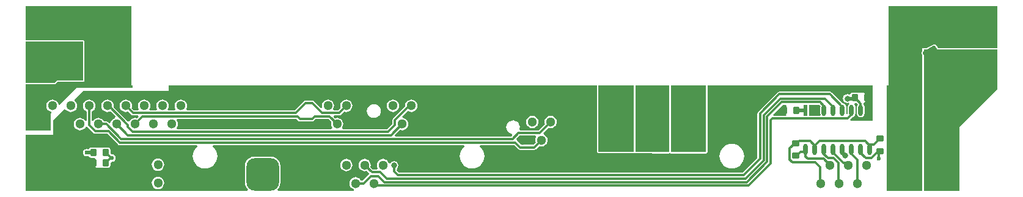
<source format=gbl>
G04*
G04 #@! TF.GenerationSoftware,Altium Limited,Altium Designer,18.1.7 (191)*
G04*
G04 Layer_Physical_Order=2*
G04 Layer_Color=16711680*
%FSLAX43Y43*%
%MOMM*%
G71*
G01*
G75*
G04:AMPARAMS|DCode=36|XSize=1mm|YSize=0.9mm|CornerRadius=0.113mm|HoleSize=0mm|Usage=FLASHONLY|Rotation=270.000|XOffset=0mm|YOffset=0mm|HoleType=Round|Shape=RoundedRectangle|*
%AMROUNDEDRECTD36*
21,1,1.000,0.675,0,0,270.0*
21,1,0.775,0.900,0,0,270.0*
1,1,0.225,-0.338,-0.388*
1,1,0.225,-0.338,0.388*
1,1,0.225,0.338,0.388*
1,1,0.225,0.338,-0.388*
%
%ADD36ROUNDEDRECTD36*%
%ADD40C,0.300*%
%ADD41C,0.500*%
%ADD44C,1.300*%
G04:AMPARAMS|DCode=45|XSize=4.5mm|YSize=4.5mm|CornerRadius=1.125mm|HoleSize=0mm|Usage=FLASHONLY|Rotation=0.000|XOffset=0mm|YOffset=0mm|HoleType=Round|Shape=RoundedRectangle|*
%AMROUNDEDRECTD45*
21,1,4.500,2.250,0,0,0.0*
21,1,2.250,4.500,0,0,0.0*
1,1,2.250,1.125,-1.125*
1,1,2.250,-1.125,-1.125*
1,1,2.250,-1.125,1.125*
1,1,2.250,1.125,1.125*
%
%ADD45ROUNDEDRECTD45*%
G04:AMPARAMS|DCode=46|XSize=2mm|YSize=2mm|CornerRadius=0.25mm|HoleSize=0mm|Usage=FLASHONLY|Rotation=180.000|XOffset=0mm|YOffset=0mm|HoleType=Round|Shape=RoundedRectangle|*
%AMROUNDEDRECTD46*
21,1,2.000,1.500,0,0,180.0*
21,1,1.500,2.000,0,0,180.0*
1,1,0.500,-0.750,0.750*
1,1,0.500,0.750,0.750*
1,1,0.500,0.750,-0.750*
1,1,0.500,-0.750,-0.750*
%
%ADD46ROUNDEDRECTD46*%
%ADD47C,2.000*%
G04:AMPARAMS|DCode=48|XSize=2mm|YSize=2mm|CornerRadius=0.25mm|HoleSize=0mm|Usage=FLASHONLY|Rotation=120.000|XOffset=0mm|YOffset=0mm|HoleType=Round|Shape=RoundedRectangle|*
%AMROUNDEDRECTD48*
21,1,2.000,1.500,0,0,120.0*
21,1,1.500,2.000,0,0,120.0*
1,1,0.500,0.275,1.025*
1,1,0.500,1.025,-0.275*
1,1,0.500,-0.275,-1.025*
1,1,0.500,-1.025,0.275*
%
%ADD48ROUNDEDRECTD48*%
%ADD49C,0.800*%
%ADD50C,0.900*%
%ADD51C,0.600*%
%ADD52R,3.000X4.000*%
%ADD53R,0.600X1.550*%
%ADD54O,0.600X1.550*%
%ADD55R,4.000X3.000*%
G04:AMPARAMS|DCode=56|XSize=1mm|YSize=0.9mm|CornerRadius=0.113mm|HoleSize=0mm|Usage=FLASHONLY|Rotation=180.000|XOffset=0mm|YOffset=0mm|HoleType=Round|Shape=RoundedRectangle|*
%AMROUNDEDRECTD56*
21,1,1.000,0.675,0,0,180.0*
21,1,0.775,0.900,0,0,180.0*
1,1,0.225,-0.388,0.338*
1,1,0.225,0.388,0.338*
1,1,0.225,0.388,-0.338*
1,1,0.225,-0.388,-0.338*
%
%ADD56ROUNDEDRECTD56*%
G36*
X134796Y20000D02*
X126589D01*
X126422Y20289D01*
X126304Y20423D01*
X126143Y20503D01*
X125965Y20514D01*
X125795Y20457D01*
X125004Y20000D01*
X124400D01*
Y19623D01*
X124361Y19589D01*
X124282Y19428D01*
X124271Y19250D01*
X124328Y19080D01*
X124400Y18956D01*
Y204D01*
X119500D01*
Y14796D01*
X119578Y14812D01*
X119644Y14856D01*
X119688Y14922D01*
X119704Y15000D01*
Y25796D01*
X134796D01*
Y20000D01*
D02*
G37*
G36*
X126412Y19898D02*
X126430Y19878D01*
X126444Y19856D01*
X126456Y19848D01*
X126465Y19838D01*
X126488Y19826D01*
X126511Y19812D01*
X126524Y19809D01*
X126536Y19803D01*
X126562Y19801D01*
X126589Y19796D01*
X134796D01*
Y14296D01*
X129500Y9000D01*
Y204D01*
X124604D01*
Y18956D01*
X124601Y18969D01*
X124602Y18982D01*
X124600Y18989D01*
Y19596D01*
X124603Y19609D01*
X124603Y19616D01*
X124604Y19623D01*
Y19796D01*
X125004D01*
X125017Y19799D01*
X125031Y19798D01*
X125056Y19806D01*
X125082Y19812D01*
X125093Y19819D01*
X125106Y19823D01*
X125412Y20000D01*
X126353D01*
X126412Y19898D01*
D02*
G37*
G36*
X8100Y20900D02*
X8100Y15500D01*
X5049Y15500D01*
X5000Y15510D01*
X4951Y15500D01*
X4500D01*
X4200Y15200D01*
X204D01*
Y20900D01*
X8100Y20900D01*
D02*
G37*
G36*
X14796Y15000D02*
X14812Y14922D01*
X14856Y14856D01*
X14922Y14812D01*
X15000Y14796D01*
Y14500D01*
X7200Y14500D01*
X4830Y12130D01*
X4709Y12170D01*
X4703Y12217D01*
X4617Y12424D01*
X4481Y12601D01*
X4304Y12737D01*
X4097Y12823D01*
X3875Y12852D01*
X3653Y12823D01*
X3446Y12737D01*
X3269Y12601D01*
X3133Y12424D01*
X3047Y12217D01*
X3018Y11995D01*
X3047Y11773D01*
X3133Y11566D01*
X3269Y11389D01*
X3446Y11253D01*
X3653Y11167D01*
X3700Y11161D01*
X3740Y11040D01*
X3600Y10900D01*
X3600Y8600D01*
X204Y8600D01*
Y14996D01*
X4200D01*
X4278Y15012D01*
X4344Y15056D01*
X4584Y15296D01*
X4951D01*
X4970Y15300D01*
X4991D01*
X4991Y15300D01*
X5009D01*
X5009Y15300D01*
X5030D01*
X5049Y15296D01*
X8075Y15296D01*
X8100Y15296D01*
X8200Y15300D01*
Y15326D01*
X8244Y15356D01*
X8288Y15422D01*
X8304Y15500D01*
X8304Y20900D01*
X8288Y20978D01*
X8244Y21044D01*
X8178Y21088D01*
X8100Y21104D01*
X204Y21104D01*
Y25796D01*
X14796D01*
Y15000D01*
D02*
G37*
G36*
X110283Y11913D02*
X110270Y11850D01*
Y10900D01*
X110293Y10787D01*
X110166Y10587D01*
X108740D01*
Y12143D01*
X110052D01*
X110283Y11913D01*
D02*
G37*
G36*
X105563Y11943D02*
X105500Y11880D01*
Y10880D01*
X105593Y10787D01*
X105510Y10587D01*
X103774D01*
X103692Y10787D01*
X105048Y12143D01*
X105480D01*
X105563Y11943D01*
D02*
G37*
G36*
X84436Y5625D02*
X79539Y5625D01*
Y14796D01*
X84436D01*
Y5625D01*
D02*
G37*
G36*
X89360Y5667D02*
X89270Y5578D01*
X84642Y5623D01*
X84640Y5625D01*
Y14796D01*
X89360D01*
Y5667D01*
D02*
G37*
G36*
X94416Y5575D02*
X89564D01*
Y14796D01*
X94416D01*
Y5575D01*
D02*
G37*
G36*
X117500Y9900D02*
X114488D01*
X114405Y10100D01*
X114721Y10416D01*
X114785Y10429D01*
X114950Y10540D01*
X115061Y10705D01*
X115100Y10900D01*
Y11850D01*
X115061Y12045D01*
X114962Y12194D01*
X114981Y12275D01*
X115036Y12394D01*
X115251D01*
X115474Y12172D01*
X115389Y12045D01*
X115350Y11850D01*
Y10900D01*
X115389Y10705D01*
X115500Y10540D01*
X115665Y10429D01*
X115860Y10390D01*
X116055Y10429D01*
X116220Y10540D01*
X116331Y10705D01*
X116370Y10900D01*
Y11850D01*
X116331Y12045D01*
X116227Y12200D01*
X116259Y12350D01*
X116300Y12400D01*
X116500Y12600D01*
Y13600D01*
X116300Y13800D01*
X115500D01*
X115486Y13786D01*
X115387Y13806D01*
X114713D01*
X114591Y13782D01*
X114487Y13713D01*
X114452Y13660D01*
X114234Y13565D01*
X114000Y13612D01*
X113766Y13565D01*
X113567Y13433D01*
X113435Y13234D01*
X113388Y13000D01*
X113435Y12766D01*
X113567Y12567D01*
X113766Y12435D01*
X114000Y12388D01*
X114193Y12427D01*
X114271Y12238D01*
X114230Y12210D01*
X114119Y12045D01*
X114080Y11850D01*
Y10900D01*
X114085Y10876D01*
X114017Y10818D01*
X113880Y10878D01*
X113830Y10921D01*
Y11850D01*
X113791Y12045D01*
X113680Y12210D01*
X113515Y12321D01*
X113351Y12354D01*
X111852Y13852D01*
X111737Y13930D01*
X111600Y13957D01*
X104586D01*
X104449Y13930D01*
X104333Y13852D01*
X101648Y11167D01*
X101570Y11051D01*
X101543Y10914D01*
Y4778D01*
X99527Y2762D01*
X51868D01*
X51594Y3036D01*
X51609Y3251D01*
X51633Y3267D01*
X51765Y3466D01*
X51812Y3700D01*
X51765Y3934D01*
X51633Y4133D01*
X51434Y4265D01*
X51200Y4312D01*
X50966Y4265D01*
X50767Y4133D01*
X50694Y4022D01*
X50644Y4015D01*
X50473Y4052D01*
X50412Y4199D01*
X50276Y4376D01*
X50099Y4512D01*
X49892Y4598D01*
X49670Y4627D01*
X49448Y4598D01*
X49241Y4512D01*
X49064Y4376D01*
X48928Y4199D01*
X48842Y3992D01*
X48813Y3770D01*
X48842Y3548D01*
X48928Y3341D01*
X48939Y3327D01*
X48840Y3127D01*
X48278D01*
X47928Y3476D01*
X47958Y3548D01*
X47987Y3770D01*
X47958Y3992D01*
X47872Y4199D01*
X47736Y4376D01*
X47559Y4512D01*
X47352Y4598D01*
X47130Y4627D01*
X46908Y4598D01*
X46701Y4512D01*
X46524Y4376D01*
X46388Y4199D01*
X46302Y3992D01*
X46273Y3770D01*
X46302Y3548D01*
X46388Y3341D01*
X46524Y3164D01*
X46701Y3028D01*
X46908Y2942D01*
X47130Y2913D01*
X47352Y2942D01*
X47424Y2972D01*
X47750Y2646D01*
X47733Y2482D01*
X46838Y1587D01*
X46632D01*
X46602Y1659D01*
X46466Y1836D01*
X46289Y1972D01*
X46082Y2058D01*
X45860Y2087D01*
X45638Y2058D01*
X45431Y1972D01*
X45254Y1836D01*
X45118Y1659D01*
X45032Y1452D01*
X45003Y1230D01*
X45032Y1008D01*
X45118Y801D01*
X45254Y624D01*
X45431Y488D01*
X45638Y402D01*
X45611Y204D01*
X35104D01*
X35036Y404D01*
X35070Y430D01*
X35282Y707D01*
X35416Y1029D01*
X35461Y1375D01*
Y3625D01*
X35416Y3971D01*
X35282Y4293D01*
X35070Y4570D01*
X34793Y4782D01*
X34471Y4916D01*
X34125Y4961D01*
X31875D01*
X31529Y4916D01*
X31207Y4782D01*
X30930Y4570D01*
X30718Y4293D01*
X30584Y3971D01*
X30539Y3625D01*
Y1375D01*
X30584Y1029D01*
X30718Y707D01*
X30930Y430D01*
X30964Y404D01*
X30896Y204D01*
X204D01*
Y8000D01*
X4000D01*
Y10000D01*
X5499Y11499D01*
X5749Y11466D01*
X5809Y11389D01*
X5986Y11253D01*
X6193Y11167D01*
X6415Y11138D01*
X6637Y11167D01*
X6844Y11253D01*
X7021Y11389D01*
X7157Y11566D01*
X7243Y11773D01*
X7272Y11995D01*
X7243Y12217D01*
X7157Y12424D01*
X7021Y12601D01*
X6944Y12661D01*
X6911Y12911D01*
X8100Y14100D01*
X20000D01*
Y14796D01*
X79335D01*
Y5625D01*
X79350Y5547D01*
X79394Y5481D01*
X79461Y5437D01*
X79539Y5421D01*
X84436Y5421D01*
X84514Y5437D01*
X84536Y5451D01*
X84545Y5444D01*
X84554Y5441D01*
X84562Y5435D01*
X84591Y5429D01*
X84621Y5420D01*
X84630Y5421D01*
X84640Y5419D01*
X89268Y5374D01*
X89268Y5374D01*
X89269Y5374D01*
X89308Y5381D01*
X89346Y5389D01*
X89346Y5389D01*
X89347Y5389D01*
X89380Y5411D01*
X89413Y5432D01*
X89420Y5431D01*
X89486Y5387D01*
X89564Y5371D01*
X94416D01*
X94494Y5387D01*
X94560Y5431D01*
X94604Y5497D01*
X94620Y5575D01*
Y14796D01*
X117500D01*
Y9900D01*
D02*
G37*
%LPC*%
G36*
X51070Y12857D02*
X50848Y12828D01*
X50641Y12742D01*
X50464Y12606D01*
X50328Y12429D01*
X50242Y12222D01*
X50213Y12000D01*
X50242Y11778D01*
X50328Y11571D01*
X50464Y11394D01*
X50641Y11258D01*
X50848Y11172D01*
X51070Y11143D01*
X51292Y11172D01*
X51499Y11258D01*
X51676Y11394D01*
X51812Y11571D01*
X51898Y11778D01*
X51927Y12000D01*
X51898Y12222D01*
X51812Y12429D01*
X51676Y12606D01*
X51499Y12742D01*
X51292Y12828D01*
X51070Y12857D01*
D02*
G37*
G36*
X53610D02*
X53388Y12828D01*
X53181Y12742D01*
X53004Y12606D01*
X52868Y12429D01*
X52782Y12222D01*
X52753Y12000D01*
X52758Y11957D01*
X51088Y10287D01*
X51010Y10171D01*
X50983Y10034D01*
Y9488D01*
X50252Y8757D01*
X44104D01*
X44005Y8957D01*
X44062Y9031D01*
X44148Y9238D01*
X44177Y9460D01*
X44148Y9682D01*
X44062Y9889D01*
X43926Y10066D01*
X43749Y10202D01*
X43542Y10288D01*
X43320Y10317D01*
X43098Y10288D01*
X43026Y10258D01*
X42826Y10458D01*
X42903Y10643D01*
X43590D01*
X43727Y10670D01*
X43842Y10748D01*
X44296Y11202D01*
X44368Y11172D01*
X44590Y11143D01*
X44812Y11172D01*
X45019Y11258D01*
X45196Y11394D01*
X45332Y11571D01*
X45418Y11778D01*
X45447Y12000D01*
X45418Y12222D01*
X45332Y12429D01*
X45196Y12606D01*
X45019Y12742D01*
X44812Y12828D01*
X44590Y12857D01*
X44368Y12828D01*
X44161Y12742D01*
X43984Y12606D01*
X43848Y12429D01*
X43762Y12222D01*
X43733Y12000D01*
X43762Y11778D01*
X43792Y11706D01*
X43442Y11357D01*
X42880D01*
X42781Y11557D01*
X42792Y11571D01*
X42878Y11778D01*
X42907Y12000D01*
X42878Y12222D01*
X42792Y12429D01*
X42656Y12606D01*
X42479Y12742D01*
X42272Y12828D01*
X42050Y12857D01*
X41828Y12828D01*
X41621Y12742D01*
X41444Y12606D01*
X41308Y12429D01*
X41222Y12222D01*
X41193Y12000D01*
X41222Y11778D01*
X41234Y11749D01*
X41064Y11636D01*
X40088Y12612D01*
X39972Y12690D01*
X39836Y12717D01*
X38924D01*
X38788Y12690D01*
X38672Y12612D01*
X37417Y11357D01*
X22489D01*
X22390Y11557D01*
X22397Y11566D01*
X22483Y11773D01*
X22512Y11995D01*
X22483Y12217D01*
X22397Y12424D01*
X22261Y12601D01*
X22084Y12737D01*
X21877Y12823D01*
X21655Y12852D01*
X21433Y12823D01*
X21226Y12737D01*
X21049Y12601D01*
X20913Y12424D01*
X20827Y12217D01*
X20798Y11995D01*
X20827Y11773D01*
X20913Y11566D01*
X20924Y11552D01*
X20825Y11352D01*
X19945D01*
X19846Y11552D01*
X19857Y11566D01*
X19943Y11773D01*
X19972Y11995D01*
X19943Y12217D01*
X19857Y12424D01*
X19721Y12601D01*
X19544Y12737D01*
X19337Y12823D01*
X19115Y12852D01*
X18893Y12823D01*
X18686Y12737D01*
X18509Y12601D01*
X18373Y12424D01*
X18287Y12217D01*
X18258Y11995D01*
X18287Y11773D01*
X18373Y11566D01*
X18384Y11552D01*
X18285Y11352D01*
X17405D01*
X17306Y11552D01*
X17317Y11566D01*
X17403Y11773D01*
X17432Y11995D01*
X17403Y12217D01*
X17317Y12424D01*
X17181Y12601D01*
X17004Y12737D01*
X16797Y12823D01*
X16575Y12852D01*
X16353Y12823D01*
X16146Y12737D01*
X15969Y12601D01*
X15833Y12424D01*
X15747Y12217D01*
X15718Y11995D01*
X15747Y11773D01*
X15833Y11566D01*
X15844Y11552D01*
X15745Y11352D01*
X15183D01*
X14833Y11701D01*
X14863Y11773D01*
X14892Y11995D01*
X14863Y12217D01*
X14777Y12424D01*
X14641Y12601D01*
X14464Y12737D01*
X14257Y12823D01*
X14035Y12852D01*
X13813Y12823D01*
X13606Y12737D01*
X13429Y12601D01*
X13293Y12424D01*
X13207Y12217D01*
X13178Y11995D01*
X13207Y11773D01*
X13293Y11566D01*
X13429Y11389D01*
X13606Y11253D01*
X13813Y11167D01*
X14035Y11138D01*
X14257Y11167D01*
X14329Y11197D01*
X14783Y10743D01*
X14898Y10665D01*
X15035Y10638D01*
X15722D01*
X15799Y10453D01*
X15599Y10253D01*
X15527Y10283D01*
X15305Y10312D01*
X15083Y10283D01*
X14876Y10197D01*
X14699Y10061D01*
X14563Y9884D01*
X14555Y9866D01*
X14319Y9819D01*
X12328Y11811D01*
X12352Y11995D01*
X12323Y12217D01*
X12237Y12424D01*
X12101Y12601D01*
X11924Y12737D01*
X11717Y12823D01*
X11495Y12852D01*
X11273Y12823D01*
X11066Y12737D01*
X10889Y12601D01*
X10753Y12424D01*
X10667Y12217D01*
X10638Y11995D01*
X10667Y11773D01*
X10753Y11566D01*
X10889Y11389D01*
X11066Y11253D01*
X11273Y11167D01*
X11495Y11138D01*
X11717Y11167D01*
X11891Y11239D01*
X12633Y10497D01*
X12561Y10285D01*
X12543Y10283D01*
X12336Y10197D01*
X12159Y10061D01*
X12023Y9884D01*
X11937Y9677D01*
X11934Y9659D01*
X11723Y9587D01*
X11603Y9707D01*
X11487Y9785D01*
X11351Y9812D01*
X10997D01*
X10967Y9884D01*
X10831Y10061D01*
X10654Y10197D01*
X10447Y10283D01*
X10225Y10312D01*
X10003Y10283D01*
X9796Y10197D01*
X9619Y10061D01*
X9512Y9922D01*
X9352Y9953D01*
X9312Y9974D01*
Y11223D01*
X9384Y11253D01*
X9561Y11389D01*
X9697Y11566D01*
X9783Y11773D01*
X9812Y11995D01*
X9783Y12217D01*
X9697Y12424D01*
X9561Y12601D01*
X9384Y12737D01*
X9177Y12823D01*
X8955Y12852D01*
X8733Y12823D01*
X8526Y12737D01*
X8349Y12601D01*
X8213Y12424D01*
X8127Y12217D01*
X8098Y11995D01*
X8127Y11773D01*
X8213Y11566D01*
X8349Y11389D01*
X8526Y11253D01*
X8598Y11223D01*
Y9974D01*
X8558Y9953D01*
X8398Y9922D01*
X8291Y10061D01*
X8114Y10197D01*
X7907Y10283D01*
X7685Y10312D01*
X7463Y10283D01*
X7256Y10197D01*
X7079Y10061D01*
X6943Y9884D01*
X6857Y9677D01*
X6828Y9455D01*
X6857Y9233D01*
X6943Y9026D01*
X7079Y8849D01*
X7256Y8713D01*
X7463Y8627D01*
X7685Y8598D01*
X7907Y8627D01*
X8114Y8713D01*
X8291Y8849D01*
X8427Y9026D01*
X8454Y9090D01*
X8675Y9100D01*
X8703Y9058D01*
X9558Y8203D01*
X9674Y8125D01*
X9811Y8098D01*
X11496D01*
X12946Y6648D01*
X13062Y6570D01*
X13199Y6543D01*
X23885D01*
X23957Y6343D01*
X23792Y6208D01*
X23580Y5949D01*
X23422Y5654D01*
X23325Y5333D01*
X23292Y5000D01*
X23325Y4667D01*
X23422Y4346D01*
X23580Y4051D01*
X23792Y3792D01*
X24051Y3580D01*
X24346Y3422D01*
X24667Y3325D01*
X25000Y3292D01*
X25333Y3325D01*
X25654Y3422D01*
X25949Y3580D01*
X26208Y3792D01*
X26420Y4051D01*
X26578Y4346D01*
X26675Y4667D01*
X26708Y5000D01*
X26675Y5333D01*
X26578Y5654D01*
X26420Y5949D01*
X26208Y6208D01*
X26043Y6343D01*
X26115Y6543D01*
X60885D01*
X60957Y6343D01*
X60792Y6208D01*
X60580Y5949D01*
X60422Y5654D01*
X60325Y5333D01*
X60292Y5000D01*
X60325Y4667D01*
X60422Y4346D01*
X60580Y4051D01*
X60792Y3792D01*
X61051Y3580D01*
X61346Y3422D01*
X61667Y3325D01*
X62000Y3292D01*
X62333Y3325D01*
X62654Y3422D01*
X62949Y3580D01*
X63208Y3792D01*
X63420Y4051D01*
X63578Y4346D01*
X63675Y4667D01*
X63708Y5000D01*
X63675Y5333D01*
X63578Y5654D01*
X63420Y5949D01*
X63208Y6208D01*
X63043Y6343D01*
X63115Y6543D01*
X67858D01*
X68423Y5978D01*
X68539Y5900D01*
X68676Y5873D01*
X70630D01*
X70767Y5900D01*
X70882Y5978D01*
X71336Y6432D01*
X71408Y6402D01*
X71630Y6373D01*
X71852Y6402D01*
X72059Y6488D01*
X72236Y6624D01*
X72372Y6801D01*
X72458Y7008D01*
X72487Y7230D01*
X72458Y7452D01*
X72372Y7659D01*
X72236Y7836D01*
X72059Y7972D01*
X71939Y8022D01*
X71878Y8243D01*
X72606Y8972D01*
X72678Y8942D01*
X72900Y8913D01*
X73122Y8942D01*
X73329Y9028D01*
X73506Y9164D01*
X73642Y9341D01*
X73728Y9548D01*
X73757Y9770D01*
X73728Y9992D01*
X73642Y10199D01*
X73506Y10376D01*
X73329Y10512D01*
X73122Y10598D01*
X72900Y10627D01*
X72678Y10598D01*
X72471Y10512D01*
X72294Y10376D01*
X72158Y10199D01*
X72072Y9992D01*
X72043Y9770D01*
X72072Y9548D01*
X72102Y9476D01*
X71212Y8587D01*
X68740D01*
X68613Y8745D01*
X68616Y8787D01*
X68648Y9030D01*
X68616Y9278D01*
X68520Y9509D01*
X68368Y9708D01*
X68169Y9860D01*
X67938Y9956D01*
X67690Y9988D01*
X67442Y9956D01*
X67211Y9860D01*
X67012Y9708D01*
X66860Y9509D01*
X66764Y9278D01*
X66732Y9030D01*
X66764Y8782D01*
X66860Y8551D01*
X67012Y8352D01*
X67211Y8200D01*
X67442Y8104D01*
X67522Y8094D01*
X67585Y7908D01*
X67458Y7757D01*
X51403D01*
X51326Y7942D01*
X52046Y8662D01*
X52118Y8632D01*
X52340Y8603D01*
X52562Y8632D01*
X52769Y8718D01*
X52946Y8854D01*
X53082Y9031D01*
X53168Y9238D01*
X53197Y9460D01*
X53168Y9682D01*
X53082Y9889D01*
X52946Y10066D01*
X52769Y10202D01*
X52562Y10288D01*
X52402Y10309D01*
X52327Y10467D01*
X52324Y10513D01*
X53117Y11307D01*
X53181Y11258D01*
X53388Y11172D01*
X53610Y11143D01*
X53832Y11172D01*
X54039Y11258D01*
X54216Y11394D01*
X54352Y11571D01*
X54438Y11778D01*
X54467Y12000D01*
X54438Y12222D01*
X54352Y12429D01*
X54216Y12606D01*
X54039Y12742D01*
X53832Y12828D01*
X53610Y12857D01*
D02*
G37*
G36*
X48400Y12218D02*
X48152Y12186D01*
X47921Y12090D01*
X47722Y11938D01*
X47570Y11739D01*
X47474Y11508D01*
X47442Y11260D01*
X47474Y11012D01*
X47570Y10781D01*
X47722Y10582D01*
X47921Y10430D01*
X48152Y10334D01*
X48400Y10302D01*
X48648Y10334D01*
X48879Y10430D01*
X49078Y10582D01*
X49230Y10781D01*
X49326Y11012D01*
X49358Y11260D01*
X49326Y11508D01*
X49230Y11739D01*
X49078Y11938D01*
X48879Y12090D01*
X48648Y12186D01*
X48400Y12218D01*
D02*
G37*
G36*
X70360Y10627D02*
X70138Y10598D01*
X69931Y10512D01*
X69754Y10376D01*
X69618Y10199D01*
X69532Y9992D01*
X69503Y9770D01*
X69532Y9548D01*
X69618Y9341D01*
X69754Y9164D01*
X69931Y9028D01*
X70138Y8942D01*
X70360Y8913D01*
X70582Y8942D01*
X70789Y9028D01*
X70966Y9164D01*
X71102Y9341D01*
X71188Y9548D01*
X71217Y9770D01*
X71188Y9992D01*
X71102Y10199D01*
X70966Y10376D01*
X70789Y10512D01*
X70582Y10598D01*
X70360Y10627D01*
D02*
G37*
G36*
X11587Y6206D02*
X10913D01*
X10814Y6186D01*
X10800Y6200D01*
X10000D01*
X9986Y6186D01*
X9887Y6206D01*
X9212D01*
X9091Y6182D01*
X8987Y6113D01*
X8960Y6072D01*
X8795Y5971D01*
X8600Y6010D01*
X8405Y5971D01*
X8240Y5860D01*
X8129Y5695D01*
X8090Y5500D01*
X8129Y5305D01*
X8240Y5140D01*
X8405Y5029D01*
X8600Y4990D01*
X8795Y5029D01*
X8960Y4928D01*
X8987Y4887D01*
X9091Y4818D01*
X9212Y4794D01*
X9711D01*
X9800Y4600D01*
Y3600D01*
X10000Y3400D01*
X10800D01*
X10814Y3414D01*
X10913Y3394D01*
X11587D01*
X11709Y3418D01*
X11813Y3487D01*
X11882Y3591D01*
X11906Y3713D01*
Y4082D01*
X12106Y4246D01*
X12136Y4240D01*
X12331Y4279D01*
X12497Y4390D01*
X12607Y4555D01*
X12646Y4750D01*
X12607Y4945D01*
X12497Y5110D01*
X12331Y5221D01*
X12136Y5260D01*
X12063Y5245D01*
X11906Y5384D01*
Y5887D01*
X11882Y6009D01*
X11813Y6113D01*
X11709Y6182D01*
X11587Y6206D01*
D02*
G37*
G36*
X98000Y6708D02*
X97667Y6675D01*
X97346Y6578D01*
X97051Y6420D01*
X96792Y6208D01*
X96580Y5949D01*
X96422Y5654D01*
X96325Y5333D01*
X96292Y5000D01*
X96325Y4667D01*
X96422Y4346D01*
X96580Y4051D01*
X96792Y3792D01*
X97051Y3580D01*
X97346Y3422D01*
X97667Y3325D01*
X98000Y3292D01*
X98333Y3325D01*
X98654Y3422D01*
X98949Y3580D01*
X99208Y3792D01*
X99420Y4051D01*
X99578Y4346D01*
X99675Y4667D01*
X99708Y5000D01*
X99675Y5333D01*
X99578Y5654D01*
X99420Y5949D01*
X99208Y6208D01*
X98949Y6420D01*
X98654Y6578D01*
X98333Y6675D01*
X98000Y6708D01*
D02*
G37*
G36*
X18500Y4697D02*
X18278Y4668D01*
X18071Y4582D01*
X17894Y4446D01*
X17758Y4269D01*
X17672Y4062D01*
X17643Y3840D01*
X17672Y3618D01*
X17758Y3411D01*
X17894Y3234D01*
X18071Y3098D01*
X18278Y3012D01*
X18500Y2983D01*
X18722Y3012D01*
X18929Y3098D01*
X19106Y3234D01*
X19242Y3411D01*
X19328Y3618D01*
X19357Y3840D01*
X19328Y4062D01*
X19242Y4269D01*
X19106Y4446D01*
X18929Y4582D01*
X18722Y4668D01*
X18500Y4697D01*
D02*
G37*
G36*
X44590Y4627D02*
X44368Y4598D01*
X44161Y4512D01*
X43984Y4376D01*
X43848Y4199D01*
X43762Y3992D01*
X43733Y3770D01*
X43762Y3548D01*
X43848Y3341D01*
X43984Y3164D01*
X44161Y3028D01*
X44368Y2942D01*
X44590Y2913D01*
X44812Y2942D01*
X45019Y3028D01*
X45196Y3164D01*
X45332Y3341D01*
X45418Y3548D01*
X45447Y3770D01*
X45418Y3992D01*
X45332Y4199D01*
X45196Y4376D01*
X45019Y4512D01*
X44812Y4598D01*
X44590Y4627D01*
D02*
G37*
G36*
X18500Y2157D02*
X18278Y2128D01*
X18071Y2042D01*
X17894Y1906D01*
X17758Y1729D01*
X17672Y1522D01*
X17643Y1300D01*
X17672Y1078D01*
X17758Y871D01*
X17894Y694D01*
X18071Y558D01*
X18278Y472D01*
X18500Y443D01*
X18722Y472D01*
X18929Y558D01*
X19106Y694D01*
X19242Y871D01*
X19328Y1078D01*
X19357Y1300D01*
X19328Y1522D01*
X19242Y1729D01*
X19106Y1906D01*
X18929Y2042D01*
X18722Y2128D01*
X18500Y2157D01*
D02*
G37*
%LPD*%
G36*
X37888Y9908D02*
X38003Y9830D01*
X38140Y9803D01*
X39836D01*
X39972Y9830D01*
X40088Y9908D01*
X40323Y10143D01*
X42132D01*
X42522Y9754D01*
X42492Y9682D01*
X42463Y9460D01*
X42492Y9238D01*
X42578Y9031D01*
X42635Y8957D01*
X42536Y8757D01*
X21173D01*
X21074Y8957D01*
X21127Y9026D01*
X21213Y9233D01*
X21242Y9455D01*
X21213Y9677D01*
X21127Y9884D01*
X21086Y9938D01*
X21184Y10138D01*
X34895D01*
X34920Y10143D01*
X37652D01*
X37888Y9908D01*
D02*
G37*
G36*
X70899Y7673D02*
X70888Y7659D01*
X70802Y7452D01*
X70773Y7230D01*
X70802Y7008D01*
X70832Y6936D01*
X70482Y6587D01*
X68824D01*
X68258Y7152D01*
X68197Y7193D01*
X68149Y7378D01*
X68152Y7432D01*
X68593Y7873D01*
X70800D01*
X70899Y7673D01*
D02*
G37*
D36*
X11250Y4100D02*
D03*
X9550D02*
D03*
X9550Y5500D02*
D03*
X11250D02*
D03*
X115050Y13100D02*
D03*
X116750D02*
D03*
X105250Y11380D02*
D03*
X106950D02*
D03*
D40*
X117130Y6600D02*
X117675D01*
X107525Y5600D02*
X108240D01*
X115860Y11375D02*
Y12290D01*
X115050Y13100D02*
X115860Y12290D01*
X117130Y6449D02*
Y6600D01*
Y5975D02*
Y6449D01*
X117675Y6600D02*
X118500Y7425D01*
X106850Y6825D02*
X107050D01*
X106750D02*
X106850D01*
X110225Y1535D02*
Y3445D01*
X109540Y4130D02*
X110225Y3445D01*
X106395Y4130D02*
X109540D01*
X110730Y4630D02*
X111590Y3770D01*
X108570Y4630D02*
X110730D01*
X118194Y5625D02*
X118400D01*
X117339Y4770D02*
X118194Y5625D01*
X116550Y4770D02*
X117339D01*
X118400Y5625D02*
X118500Y5725D01*
X118400Y4667D02*
Y5625D01*
X113320Y5480D02*
X113700Y5100D01*
X115860Y5460D02*
Y5975D01*
Y5460D02*
X116550Y4770D01*
X51720Y2405D02*
X99675D01*
X51200Y2925D02*
X51720Y2405D01*
X51200Y2925D02*
Y3700D01*
X50170Y1905D02*
X99882D01*
X49305Y2770D02*
X50170Y1905D01*
X48130Y2770D02*
X49305D01*
X49826Y1405D02*
X100089D01*
X49001Y2230D02*
X49826Y1405D01*
X47986Y2230D02*
X49001D01*
X48725Y905D02*
X100296D01*
X48400Y1230D02*
X48725Y905D01*
X100296D02*
X103400Y4009D01*
X100089Y1405D02*
X102900Y4216D01*
X99882Y1905D02*
X102400Y4423D01*
X99675Y2405D02*
X101900Y4630D01*
Y10914D01*
X104586Y13600D01*
X11900Y4750D02*
X12000D01*
X12136D01*
X11250Y5500D02*
X12000Y4750D01*
X11250Y4100D02*
X11900Y4750D01*
X12136Y4735D02*
Y4750D01*
X12075Y4675D02*
X12136Y4735D01*
X103652Y10230D02*
X114030D01*
X103400Y9978D02*
X103652Y10230D01*
X103400Y4009D02*
Y9978D01*
X13199Y6900D02*
X68006D01*
X11644Y8455D02*
X13199Y6900D01*
X68006D02*
X68676Y6230D01*
X11351Y9455D02*
X13406Y7400D01*
X67616D01*
X68446Y8230D01*
X12765Y9455D02*
X14320Y7900D01*
X50780D01*
X52340Y9460D01*
X11639Y11995D02*
X14305Y9329D01*
Y9041D02*
Y9329D01*
Y9041D02*
X14946Y8400D01*
X50400D01*
X51340Y9340D01*
Y10034D01*
X15035Y10995D02*
X22069D01*
X22074Y11000D01*
X37564D01*
X38924Y12360D01*
X39836D01*
X41196Y11000D01*
X43590D01*
X15305Y9455D02*
X16345Y10495D01*
X34895D01*
X51340Y10034D02*
X53306Y12000D01*
X110900Y13000D02*
X112050Y11850D01*
X104693Y13000D02*
X110900D01*
X104586Y13600D02*
X111600D01*
X102400Y4423D02*
Y10707D01*
X104693Y13000D01*
X104900Y12500D02*
X106691D01*
X102900Y10500D02*
X104900Y12500D01*
X102900Y4216D02*
Y10500D01*
X114030Y10230D02*
X114590Y10790D01*
X106691Y12500D02*
Y12500D01*
Y12500D02*
X110200D01*
X110780Y11920D01*
X46986Y1230D02*
X47986Y2230D01*
X47130Y3770D02*
X48130Y2770D01*
X70630Y6230D02*
X71630Y7230D01*
X68676Y6230D02*
X70630D01*
X9811Y8455D02*
X11644D01*
X8955Y9311D02*
X9811Y8455D01*
X8955Y9311D02*
Y11995D01*
X71360Y8230D02*
X72900Y9770D01*
X68446Y8230D02*
X71360D01*
X10225Y9455D02*
X11351D01*
X53306Y12000D02*
X53610D01*
X11495Y11995D02*
X11639D01*
X34895Y10495D02*
X34900Y10500D01*
X37800D01*
X38140Y10160D01*
X39836D01*
X40176Y10500D01*
X42280D01*
X43320Y9460D01*
X43590Y11000D02*
X44590Y12000D01*
X14035Y11995D02*
X15035Y10995D01*
X113320Y11375D02*
Y11880D01*
X111600Y13600D02*
X113320Y11880D01*
X112050Y11375D02*
Y11850D01*
X108240Y4960D02*
Y5600D01*
X107050Y5125D02*
X107525Y5600D01*
X106000Y4525D02*
Y6075D01*
X106750Y6825D01*
X107050D02*
X107325Y7100D01*
X108859D01*
X109510Y6449D01*
X106000Y4525D02*
X106395Y4130D01*
X110780Y11375D02*
Y11920D01*
X114590Y10790D02*
Y11375D01*
X45860Y1230D02*
X46986D01*
X113320Y5480D02*
Y5975D01*
X114590Y5310D02*
Y5975D01*
Y5310D02*
X115400Y4500D01*
Y1230D02*
Y4500D01*
X114590Y11375D02*
Y11910D01*
X108240Y4960D02*
X108570Y4630D01*
X111300Y4770D02*
X112065D01*
X110780Y5290D02*
X111300Y4770D01*
X110780Y5290D02*
Y5975D01*
X112050Y5492D02*
X113265Y4277D01*
X112050Y5492D02*
Y5975D01*
X113455Y4075D02*
X114035D01*
X113265Y4265D02*
X113455Y4075D01*
X113265Y4265D02*
Y4277D01*
X112765Y1535D02*
Y4070D01*
X112065Y4770D02*
X112765Y4070D01*
X116479Y7100D02*
X117130Y6449D01*
X110161Y7100D02*
X116479D01*
X109510Y6449D02*
X110161Y7100D01*
X112050Y5975D02*
Y6325D01*
X109510D02*
Y6449D01*
D41*
X114950Y13000D02*
X115050Y13100D01*
X114000Y13000D02*
X114950D01*
X8600Y5500D02*
X9541D01*
X107100Y11375D02*
X108240D01*
D44*
X21655Y11995D02*
D03*
X20385Y9455D02*
D03*
X19115Y11995D02*
D03*
X17845Y9455D02*
D03*
X16575Y11995D02*
D03*
X15305Y9455D02*
D03*
X14035Y11995D02*
D03*
X12765Y9455D02*
D03*
X2605D02*
D03*
X3875Y11995D02*
D03*
X5145Y9455D02*
D03*
X6415Y11995D02*
D03*
X7685Y9455D02*
D03*
X8955Y11995D02*
D03*
X10225Y9455D02*
D03*
X11495Y11995D02*
D03*
X110320Y1230D02*
D03*
X111590Y3770D02*
D03*
X112860Y1230D02*
D03*
X114130Y3770D02*
D03*
X115400Y1230D02*
D03*
X116670Y3770D02*
D03*
X43320Y1230D02*
D03*
X44590Y3770D02*
D03*
X45860Y1230D02*
D03*
X47130Y3770D02*
D03*
X48400Y1230D02*
D03*
X49670Y3770D02*
D03*
X18500Y3840D02*
D03*
Y1300D02*
D03*
X72900Y9770D02*
D03*
X71630Y7230D02*
D03*
X70360Y9770D02*
D03*
X69090Y7230D02*
D03*
X44590Y12000D02*
D03*
X43320Y9460D02*
D03*
X42050Y12000D02*
D03*
X40780Y9460D02*
D03*
X53610Y12000D02*
D03*
X52340Y9460D02*
D03*
X51070Y12000D02*
D03*
X49800Y9460D02*
D03*
D45*
X2500Y17500D02*
D03*
Y23500D02*
D03*
X132500Y17500D02*
D03*
Y23500D02*
D03*
X82000Y8000D02*
D03*
X87000D02*
D03*
X92000D02*
D03*
X127000Y2500D02*
D03*
X122000D02*
D03*
X38000D02*
D03*
X33000D02*
D03*
D46*
X127000Y10500D02*
D03*
D47*
X122000D02*
D03*
X123250Y23365D02*
D03*
D48*
X125750Y19035D02*
D03*
D49*
X92500Y12000D02*
D03*
X93500Y14000D02*
D03*
X92500D02*
D03*
X90500D02*
D03*
Y12000D02*
D03*
X93500Y13000D02*
D03*
X92500D02*
D03*
X93500Y12000D02*
D03*
X91500D02*
D03*
X90500Y13000D02*
D03*
X91500Y14000D02*
D03*
Y13000D02*
D03*
X87500Y12000D02*
D03*
X88500Y14000D02*
D03*
X87500D02*
D03*
X85500D02*
D03*
Y12000D02*
D03*
X88500Y13000D02*
D03*
X87500D02*
D03*
X88500Y12000D02*
D03*
X86500D02*
D03*
X85500Y13000D02*
D03*
X86500Y14000D02*
D03*
Y13000D02*
D03*
X82500Y12000D02*
D03*
X83500Y14000D02*
D03*
X82500D02*
D03*
X80500D02*
D03*
Y12000D02*
D03*
X83500Y13000D02*
D03*
X82500D02*
D03*
X83500Y12000D02*
D03*
X81500D02*
D03*
X80500Y13000D02*
D03*
X81500Y14000D02*
D03*
Y13000D02*
D03*
X128500Y24000D02*
D03*
X129500D02*
D03*
X128500Y25000D02*
D03*
X127500Y24000D02*
D03*
Y22000D02*
D03*
X128500Y23000D02*
D03*
Y22000D02*
D03*
X127500Y25000D02*
D03*
X129500D02*
D03*
Y23000D02*
D03*
Y22000D02*
D03*
X127500Y23000D02*
D03*
Y17000D02*
D03*
X114000Y13000D02*
D03*
X113700Y5100D02*
D03*
X106900Y11400D02*
D03*
X129500Y16000D02*
D03*
Y17000D02*
D03*
Y19000D02*
D03*
X127500D02*
D03*
X128500Y16000D02*
D03*
Y17000D02*
D03*
X127500Y16000D02*
D03*
Y18000D02*
D03*
X128500Y19000D02*
D03*
X129500Y18000D02*
D03*
X128500D02*
D03*
X51200Y3700D02*
D03*
D50*
X8500Y25000D02*
D03*
Y24000D02*
D03*
Y23000D02*
D03*
X12100Y20000D02*
D03*
X7500Y20400D02*
D03*
X6500D02*
D03*
X5500D02*
D03*
X7500Y25000D02*
D03*
Y24000D02*
D03*
Y23000D02*
D03*
X8500Y22000D02*
D03*
X7500D02*
D03*
X6500D02*
D03*
X5500D02*
D03*
X6500Y2700D02*
D03*
X5500D02*
D03*
X4200D02*
D03*
X14100D02*
D03*
X16400D02*
D03*
X13100D02*
D03*
X116800Y14200D02*
D03*
X15400Y2700D02*
D03*
X2000Y1195D02*
D03*
X3200Y2700D02*
D03*
X8000D02*
D03*
X9177D02*
D03*
X10352D02*
D03*
X6500Y25000D02*
D03*
Y24000D02*
D03*
Y23000D02*
D03*
X5500D02*
D03*
Y24000D02*
D03*
Y25000D02*
D03*
X13600Y22800D02*
D03*
X12100Y22000D02*
D03*
Y21000D02*
D03*
Y19000D02*
D03*
Y18000D02*
D03*
D51*
X3000Y14000D02*
D03*
X3500Y14500D02*
D03*
X5000Y15000D02*
D03*
X4000Y14000D02*
D03*
X4500Y14500D02*
D03*
X37400Y11938D02*
D03*
X38100Y12800D02*
D03*
X67100Y14100D02*
D03*
X67900Y13300D02*
D03*
X109100Y11800D02*
D03*
X118400Y4667D02*
D03*
X12136Y4750D02*
D03*
X104300Y10880D02*
D03*
X8600Y5500D02*
D03*
D52*
X6500Y17500D02*
D03*
Y23500D02*
D03*
X128500Y17500D02*
D03*
Y23500D02*
D03*
D53*
X108240Y11375D02*
D03*
D54*
X109510D02*
D03*
X110780D02*
D03*
X112050D02*
D03*
X113320D02*
D03*
X114590D02*
D03*
X115860D02*
D03*
X117130D02*
D03*
X108240Y5975D02*
D03*
X109510D02*
D03*
X110780D02*
D03*
X112050D02*
D03*
X113320D02*
D03*
X114590D02*
D03*
X115860D02*
D03*
X117130D02*
D03*
D55*
X92000Y13000D02*
D03*
X87000D02*
D03*
X82000D02*
D03*
D56*
X118500Y5725D02*
D03*
Y7425D02*
D03*
X106850Y6825D02*
D03*
Y5125D02*
D03*
M02*

</source>
